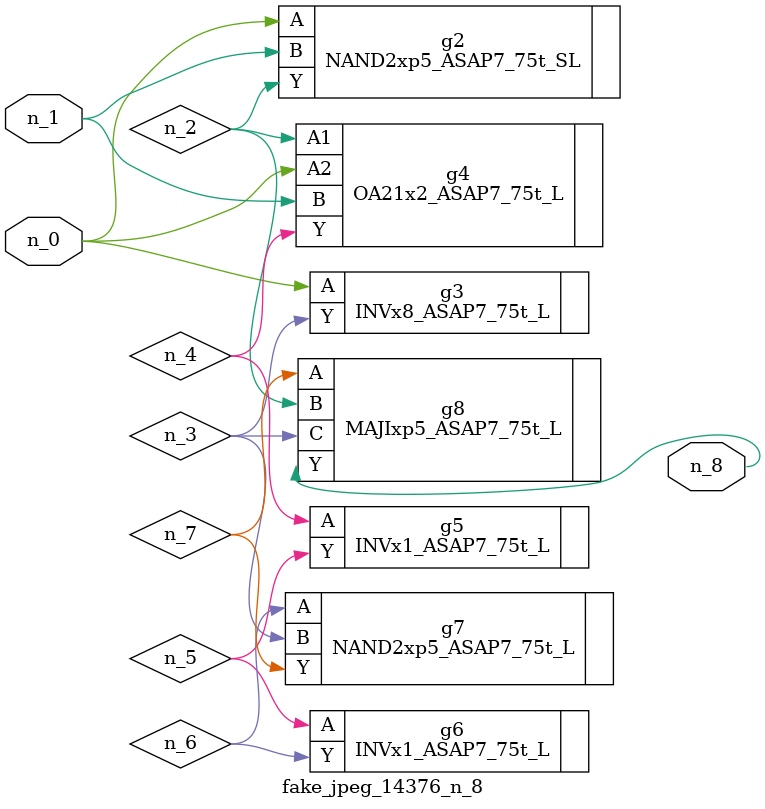
<source format=v>
module fake_jpeg_14376_n_8 (n_0, n_1, n_8);

input n_0;
input n_1;

output n_8;

wire n_2;
wire n_3;
wire n_4;
wire n_6;
wire n_5;
wire n_7;

NAND2xp5_ASAP7_75t_SL g2 ( 
.A(n_0),
.B(n_1),
.Y(n_2)
);

INVx8_ASAP7_75t_L g3 ( 
.A(n_0),
.Y(n_3)
);

OA21x2_ASAP7_75t_L g4 ( 
.A1(n_2),
.A2(n_0),
.B(n_1),
.Y(n_4)
);

INVx1_ASAP7_75t_L g5 ( 
.A(n_4),
.Y(n_5)
);

INVx1_ASAP7_75t_L g6 ( 
.A(n_5),
.Y(n_6)
);

NAND2xp5_ASAP7_75t_L g7 ( 
.A(n_6),
.B(n_3),
.Y(n_7)
);

MAJIxp5_ASAP7_75t_L g8 ( 
.A(n_7),
.B(n_2),
.C(n_3),
.Y(n_8)
);


endmodule
</source>
